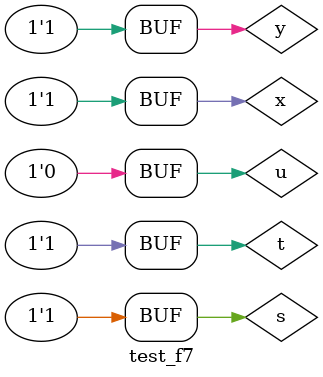
<source format=v>
module f7 ( output x,
output y,
output w,
output z,
output i,
output j,
output k,
input a,
input b );
// descrever por portas

not NOT(x, a);
and AND(y, a, b);
nand NAND(w, a, b);
xor XOR(z, a, b);
xnor XNOR(i, a, b);
or XOR(j, a, b);
nor NOR(k, a, b);


endmodule // f7
// -------------------------
// multiplexer
// -------------------------
module mux ( output s,
input a,
input b,
input c,
input d,
input e,
input f,
input g,
input select,
input select2,
input select3);
// definir dados locais
    wire not_select;
    wire not_select2;
    wire not_select3;
    wire sa;
    wire sb;
    wire sc;
    wire sd;
    wire se;
    wire sf;
    wire sg;
    // descrever por portas
    not NOT1 ( not_select, select );
    not NOT1 ( not_select2, select2 );//negar a chave para ser 0 ou 1
    not NOT1 ( not_select3, select3 );
    and AND1 ( sa, a, not_select, not_select2, not_select3 ); // porta 000
    and AND2 ( sb, b, not_select, not_select2, select3 );//porta 001
    and AND3 ( sc, c, not_select, select2, not_select3 ); // porta 010
    and AND4 ( sd, d, not_select, select2, select3 ); // porta 011
    and AND5 ( se, e, select, not_select2, not_select3 ); // porta 100
    and AND6 ( sf, f, select, not_select2, select3 ); // porta 101
    and AND7 ( sg, g, select, select2, not_select3 );//porta 110
    or OR1 ( s , sa, sb, sc, sd, se, sf, sg );//seleção das portas
endmodule // mux

module test_f7;
    // ------------------------- definir dados
    reg x; //entrada1
    reg y; //entrada2;
    reg s; //chave
    reg t; //chave2
    reg u; //chave3
    wire w; //saida1
    wire v; //saida2
    wire i; // saida3
    wire j; // saida4
    wire k; //saida5
    wire l; // saida6
    wire m; //saida7
    wire z; //saida mux
    f7 modulo ( w, v, i, j, k, l, m, x, y);
    mux MUX1 ( z, w, v, i, j, k, l, m, s, t, u );
    // ------------------------- parte principal
    initial
        begin : main
            $display("Exemplo_0701 -  Cecilia Caprucho Bouchardet - 726020");
            $display("Test LU's module");
            $display("   x    y    stu    z");
            x = 1'b0; y = 1'b0; s = 1'b0;  t = 1'b0; u = 1'b0;
            // projetar testes do modulo
            #1 $monitor("%4b %4b %4b%1b%1b %4b", x, y, s, t, u, z);
            #1 x = 1'b0; y = 1'b1;
            #1 x = 1'b1; y = 1'b0;
            #1 x = 1'b1; y = 1'b1;
            #1 s = 1'b0; t = 1'b0; u = 1'b1;
            $display("");
            #1 x = 1'b0; y = 1'b0; 
            #1 x = 1'b0; y = 1'b1;
            #1 x = 1'b1; y = 1'b0;
            #1 x = 1'b1; y = 1'b1;
            #1 s = 1'b0; t = 1'b1; u = 1'b0;
            $display("");
            #1 x = 1'b0; y = 1'b0; 
            #1 x = 1'b0; y = 1'b1;
            #1 x = 1'b1; y = 1'b0;
            #1 x = 1'b1; y = 1'b1;
            #1 s = 1'b0; t = 1'b1; u = 1'b1;
            $display("");
            #1 x = 1'b0; y = 1'b0; 
            #1 x = 1'b0; y = 1'b1;
            #1 x = 1'b1; y = 1'b0;
            #1 x = 1'b1; y = 1'b1;
            #1 s = 1'b1; t = 1'b0; u = 1'b0;
            $display("");
            #1 x = 1'b0; y = 1'b0; 
            #1 x = 1'b0; y = 1'b1;
            #1 x = 1'b1; y = 1'b0;
            #1 x = 1'b1; y = 1'b1;
            #1 s = 1'b1; t = 1'b0; u = 1'b1;
            $display("");
            #1 x = 1'b0; y = 1'b0; 
            #1 x = 1'b0; y = 1'b1;
            #1 x = 1'b1; y = 1'b0;
            #1 x = 1'b1; y = 1'b1;
            #1 s = 1'b1; t = 1'b1; u = 1'b0;
            $display("");
            #1 x = 1'b0; y = 1'b0; 
            #1 x = 1'b0; y = 1'b1;
            #1 x = 1'b1; y = 1'b0;
            #1 x = 1'b1; y = 1'b1;            
        end
endmodule // test_f7
/*
TABELA VERDADE
   x    y    stu    z
   0    0    000    1
   0    1    000    1
   1    0    000    0
   1    1    000    0

   1    1    001    1
   0    0    001    0
   0    1    001    0
   1    0    001    0
   1    1    001    1

   1    1    010    0
   0    0    010    1
   0    1    010    1
   1    0    010    1
   1    1    010    0

   1    1    011    0
   0    0    011    0
   0    1    011    1
   1    0    011    1
   1    1    011    0

   1    1    100    1
   0    0    100    1
   0    1    100    0
   1    0    100    0
   1    1    100    1

   1    1    101    1
   0    0    101    0
   0    1    101    1
   1    0    101    1
   1    1    101    1

   1    1    110    0
   0    0    110    1
   0    1    110    0
   1    0    110    0
   1    1    110    0

Desculpa por n fazer os extras, a questão em C de AEDS me deixou louca rss.

*/
</source>
